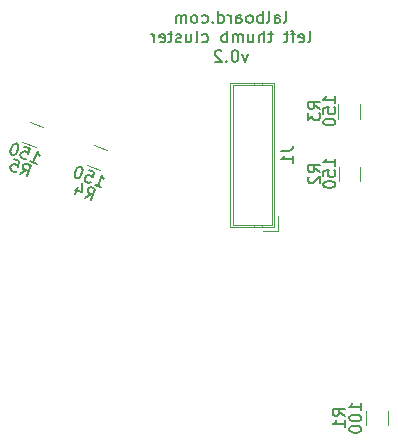
<source format=gbr>
%TF.GenerationSoftware,KiCad,Pcbnew,5.1.6-c6e7f7d~86~ubuntu18.04.1*%
%TF.CreationDate,2021-04-26T01:41:27-07:00*%
%TF.ProjectId,thumb_cluster_left,7468756d-625f-4636-9c75-737465725f6c,rev?*%
%TF.SameCoordinates,Original*%
%TF.FileFunction,Legend,Bot*%
%TF.FilePolarity,Positive*%
%FSLAX46Y46*%
G04 Gerber Fmt 4.6, Leading zero omitted, Abs format (unit mm)*
G04 Created by KiCad (PCBNEW 5.1.6-c6e7f7d~86~ubuntu18.04.1) date 2021-04-26 01:41:27*
%MOMM*%
%LPD*%
G01*
G04 APERTURE LIST*
%ADD10C,0.150000*%
%ADD11C,0.120000*%
G04 APERTURE END LIST*
D10*
X143439923Y-85226123D02*
X143976890Y-85421563D01*
X143708406Y-85323843D02*
X144050427Y-84384150D01*
X144091061Y-84550966D01*
X144147982Y-84673033D01*
X144221190Y-84750354D01*
X142931745Y-83976984D02*
X143379218Y-84139850D01*
X143261098Y-84603610D01*
X143232638Y-84542576D01*
X143159430Y-84465255D01*
X142935693Y-84383822D01*
X142829912Y-84395996D01*
X142768878Y-84424456D01*
X142691558Y-84497664D01*
X142610124Y-84721400D01*
X142622298Y-84827182D01*
X142650759Y-84888216D01*
X142723967Y-84965536D01*
X142947703Y-85046970D01*
X143053484Y-85034796D01*
X143114518Y-85006335D01*
X142305283Y-83748970D02*
X142215789Y-83716397D01*
X142110007Y-83728571D01*
X142048973Y-83757031D01*
X141971653Y-83830239D01*
X141861759Y-83992942D01*
X141780326Y-84216678D01*
X141759926Y-84411954D01*
X141772100Y-84517735D01*
X141800561Y-84578769D01*
X141873768Y-84656089D01*
X141963263Y-84688663D01*
X142069044Y-84676489D01*
X142130078Y-84648028D01*
X142207399Y-84574820D01*
X142317293Y-84412118D01*
X142398726Y-84188382D01*
X142419126Y-83993106D01*
X142406952Y-83887325D01*
X142378491Y-83826291D01*
X142305283Y-83748970D01*
X159478348Y-71516910D02*
X159573586Y-71469291D01*
X159621205Y-71374053D01*
X159621205Y-70516910D01*
X158668824Y-71516910D02*
X158668824Y-70993101D01*
X158716443Y-70897863D01*
X158811681Y-70850244D01*
X159002157Y-70850244D01*
X159097395Y-70897863D01*
X158668824Y-71469291D02*
X158764062Y-71516910D01*
X159002157Y-71516910D01*
X159097395Y-71469291D01*
X159145014Y-71374053D01*
X159145014Y-71278815D01*
X159097395Y-71183577D01*
X159002157Y-71135958D01*
X158764062Y-71135958D01*
X158668824Y-71088339D01*
X158049776Y-71516910D02*
X158145014Y-71469291D01*
X158192633Y-71374053D01*
X158192633Y-70516910D01*
X157668824Y-71516910D02*
X157668824Y-70516910D01*
X157668824Y-70897863D02*
X157573586Y-70850244D01*
X157383109Y-70850244D01*
X157287871Y-70897863D01*
X157240252Y-70945482D01*
X157192633Y-71040720D01*
X157192633Y-71326434D01*
X157240252Y-71421672D01*
X157287871Y-71469291D01*
X157383109Y-71516910D01*
X157573586Y-71516910D01*
X157668824Y-71469291D01*
X156621205Y-71516910D02*
X156716443Y-71469291D01*
X156764062Y-71421672D01*
X156811681Y-71326434D01*
X156811681Y-71040720D01*
X156764062Y-70945482D01*
X156716443Y-70897863D01*
X156621205Y-70850244D01*
X156478348Y-70850244D01*
X156383109Y-70897863D01*
X156335490Y-70945482D01*
X156287871Y-71040720D01*
X156287871Y-71326434D01*
X156335490Y-71421672D01*
X156383109Y-71469291D01*
X156478348Y-71516910D01*
X156621205Y-71516910D01*
X155430728Y-71516910D02*
X155430728Y-70993101D01*
X155478348Y-70897863D01*
X155573586Y-70850244D01*
X155764062Y-70850244D01*
X155859300Y-70897863D01*
X155430728Y-71469291D02*
X155525967Y-71516910D01*
X155764062Y-71516910D01*
X155859300Y-71469291D01*
X155906919Y-71374053D01*
X155906919Y-71278815D01*
X155859300Y-71183577D01*
X155764062Y-71135958D01*
X155525967Y-71135958D01*
X155430728Y-71088339D01*
X154954538Y-71516910D02*
X154954538Y-70850244D01*
X154954538Y-71040720D02*
X154906919Y-70945482D01*
X154859300Y-70897863D01*
X154764062Y-70850244D01*
X154668824Y-70850244D01*
X153906919Y-71516910D02*
X153906919Y-70516910D01*
X153906919Y-71469291D02*
X154002157Y-71516910D01*
X154192633Y-71516910D01*
X154287871Y-71469291D01*
X154335490Y-71421672D01*
X154383109Y-71326434D01*
X154383109Y-71040720D01*
X154335490Y-70945482D01*
X154287871Y-70897863D01*
X154192633Y-70850244D01*
X154002157Y-70850244D01*
X153906919Y-70897863D01*
X153430728Y-71421672D02*
X153383109Y-71469291D01*
X153430728Y-71516910D01*
X153478348Y-71469291D01*
X153430728Y-71421672D01*
X153430728Y-71516910D01*
X152525967Y-71469291D02*
X152621205Y-71516910D01*
X152811681Y-71516910D01*
X152906919Y-71469291D01*
X152954538Y-71421672D01*
X153002157Y-71326434D01*
X153002157Y-71040720D01*
X152954538Y-70945482D01*
X152906919Y-70897863D01*
X152811681Y-70850244D01*
X152621205Y-70850244D01*
X152525967Y-70897863D01*
X151954538Y-71516910D02*
X152049776Y-71469291D01*
X152097395Y-71421672D01*
X152145014Y-71326434D01*
X152145014Y-71040720D01*
X152097395Y-70945482D01*
X152049776Y-70897863D01*
X151954538Y-70850244D01*
X151811681Y-70850244D01*
X151716443Y-70897863D01*
X151668824Y-70945482D01*
X151621205Y-71040720D01*
X151621205Y-71326434D01*
X151668824Y-71421672D01*
X151716443Y-71469291D01*
X151811681Y-71516910D01*
X151954538Y-71516910D01*
X151192633Y-71516910D02*
X151192633Y-70850244D01*
X151192633Y-70945482D02*
X151145014Y-70897863D01*
X151049776Y-70850244D01*
X150906919Y-70850244D01*
X150811681Y-70897863D01*
X150764062Y-70993101D01*
X150764062Y-71516910D01*
X150764062Y-70993101D02*
X150716443Y-70897863D01*
X150621205Y-70850244D01*
X150478348Y-70850244D01*
X150383109Y-70897863D01*
X150335490Y-70993101D01*
X150335490Y-71516910D01*
X161502157Y-73166910D02*
X161597395Y-73119291D01*
X161645014Y-73024053D01*
X161645014Y-72166910D01*
X160740252Y-73119291D02*
X160835490Y-73166910D01*
X161025967Y-73166910D01*
X161121205Y-73119291D01*
X161168824Y-73024053D01*
X161168824Y-72643101D01*
X161121205Y-72547863D01*
X161025967Y-72500244D01*
X160835490Y-72500244D01*
X160740252Y-72547863D01*
X160692633Y-72643101D01*
X160692633Y-72738339D01*
X161168824Y-72833577D01*
X160406919Y-72500244D02*
X160025967Y-72500244D01*
X160264062Y-73166910D02*
X160264062Y-72309768D01*
X160216443Y-72214530D01*
X160121205Y-72166910D01*
X160025967Y-72166910D01*
X159835490Y-72500244D02*
X159454538Y-72500244D01*
X159692633Y-72166910D02*
X159692633Y-73024053D01*
X159645014Y-73119291D01*
X159549776Y-73166910D01*
X159454538Y-73166910D01*
X158502157Y-72500244D02*
X158121205Y-72500244D01*
X158359300Y-72166910D02*
X158359300Y-73024053D01*
X158311681Y-73119291D01*
X158216443Y-73166910D01*
X158121205Y-73166910D01*
X157787871Y-73166910D02*
X157787871Y-72166910D01*
X157359300Y-73166910D02*
X157359300Y-72643101D01*
X157406919Y-72547863D01*
X157502157Y-72500244D01*
X157645014Y-72500244D01*
X157740252Y-72547863D01*
X157787871Y-72595482D01*
X156454538Y-72500244D02*
X156454538Y-73166910D01*
X156883109Y-72500244D02*
X156883109Y-73024053D01*
X156835490Y-73119291D01*
X156740252Y-73166910D01*
X156597395Y-73166910D01*
X156502157Y-73119291D01*
X156454538Y-73071672D01*
X155978348Y-73166910D02*
X155978348Y-72500244D01*
X155978348Y-72595482D02*
X155930728Y-72547863D01*
X155835490Y-72500244D01*
X155692633Y-72500244D01*
X155597395Y-72547863D01*
X155549776Y-72643101D01*
X155549776Y-73166910D01*
X155549776Y-72643101D02*
X155502157Y-72547863D01*
X155406919Y-72500244D01*
X155264062Y-72500244D01*
X155168824Y-72547863D01*
X155121205Y-72643101D01*
X155121205Y-73166910D01*
X154645014Y-73166910D02*
X154645014Y-72166910D01*
X154645014Y-72547863D02*
X154549776Y-72500244D01*
X154359300Y-72500244D01*
X154264062Y-72547863D01*
X154216443Y-72595482D01*
X154168824Y-72690720D01*
X154168824Y-72976434D01*
X154216443Y-73071672D01*
X154264062Y-73119291D01*
X154359300Y-73166910D01*
X154549776Y-73166910D01*
X154645014Y-73119291D01*
X152549776Y-73119291D02*
X152645014Y-73166910D01*
X152835490Y-73166910D01*
X152930728Y-73119291D01*
X152978348Y-73071672D01*
X153025967Y-72976434D01*
X153025967Y-72690720D01*
X152978348Y-72595482D01*
X152930728Y-72547863D01*
X152835490Y-72500244D01*
X152645014Y-72500244D01*
X152549776Y-72547863D01*
X151978348Y-73166910D02*
X152073586Y-73119291D01*
X152121205Y-73024053D01*
X152121205Y-72166910D01*
X151168824Y-72500244D02*
X151168824Y-73166910D01*
X151597395Y-72500244D02*
X151597395Y-73024053D01*
X151549776Y-73119291D01*
X151454538Y-73166910D01*
X151311681Y-73166910D01*
X151216443Y-73119291D01*
X151168824Y-73071672D01*
X150740252Y-73119291D02*
X150645014Y-73166910D01*
X150454538Y-73166910D01*
X150359300Y-73119291D01*
X150311681Y-73024053D01*
X150311681Y-72976434D01*
X150359300Y-72881196D01*
X150454538Y-72833577D01*
X150597395Y-72833577D01*
X150692633Y-72785958D01*
X150740252Y-72690720D01*
X150740252Y-72643101D01*
X150692633Y-72547863D01*
X150597395Y-72500244D01*
X150454538Y-72500244D01*
X150359300Y-72547863D01*
X150025967Y-72500244D02*
X149645014Y-72500244D01*
X149883109Y-72166910D02*
X149883109Y-73024053D01*
X149835490Y-73119291D01*
X149740252Y-73166910D01*
X149645014Y-73166910D01*
X148930728Y-73119291D02*
X149025967Y-73166910D01*
X149216443Y-73166910D01*
X149311681Y-73119291D01*
X149359300Y-73024053D01*
X149359300Y-72643101D01*
X149311681Y-72547863D01*
X149216443Y-72500244D01*
X149025967Y-72500244D01*
X148930728Y-72547863D01*
X148883109Y-72643101D01*
X148883109Y-72738339D01*
X149359300Y-72833577D01*
X148454538Y-73166910D02*
X148454538Y-72500244D01*
X148454538Y-72690720D02*
X148406919Y-72595482D01*
X148359300Y-72547863D01*
X148264062Y-72500244D01*
X148168824Y-72500244D01*
X156406919Y-74150244D02*
X156168824Y-74816910D01*
X155930728Y-74150244D01*
X155359300Y-73816910D02*
X155264062Y-73816910D01*
X155168824Y-73864530D01*
X155121205Y-73912149D01*
X155073586Y-74007387D01*
X155025967Y-74197863D01*
X155025967Y-74435958D01*
X155073586Y-74626434D01*
X155121205Y-74721672D01*
X155168824Y-74769291D01*
X155264062Y-74816910D01*
X155359300Y-74816910D01*
X155454538Y-74769291D01*
X155502157Y-74721672D01*
X155549776Y-74626434D01*
X155597395Y-74435958D01*
X155597395Y-74197863D01*
X155549776Y-74007387D01*
X155502157Y-73912149D01*
X155454538Y-73864530D01*
X155359300Y-73816910D01*
X154597395Y-74721672D02*
X154549776Y-74769291D01*
X154597395Y-74816910D01*
X154645014Y-74769291D01*
X154597395Y-74721672D01*
X154597395Y-74816910D01*
X154168824Y-73912149D02*
X154121205Y-73864530D01*
X154025967Y-73816910D01*
X153787871Y-73816910D01*
X153692633Y-73864530D01*
X153645014Y-73912149D01*
X153597395Y-74007387D01*
X153597395Y-74102625D01*
X153645014Y-74245482D01*
X154216443Y-74816910D01*
X153597395Y-74816910D01*
X165997534Y-104299412D02*
X165997534Y-103727983D01*
X165997534Y-104013698D02*
X164997534Y-104013698D01*
X165140392Y-103918459D01*
X165235630Y-103823221D01*
X165283249Y-103727983D01*
X164997534Y-104918459D02*
X164997534Y-105013698D01*
X165045154Y-105108936D01*
X165092773Y-105156555D01*
X165188011Y-105204174D01*
X165378487Y-105251793D01*
X165616582Y-105251793D01*
X165807058Y-105204174D01*
X165902296Y-105156555D01*
X165949915Y-105108936D01*
X165997534Y-105013698D01*
X165997534Y-104918459D01*
X165949915Y-104823221D01*
X165902296Y-104775602D01*
X165807058Y-104727983D01*
X165616582Y-104680364D01*
X165378487Y-104680364D01*
X165188011Y-104727983D01*
X165092773Y-104775602D01*
X165045154Y-104823221D01*
X164997534Y-104918459D01*
X164997534Y-105870840D02*
X164997534Y-105966079D01*
X165045154Y-106061317D01*
X165092773Y-106108936D01*
X165188011Y-106156555D01*
X165378487Y-106204174D01*
X165616582Y-106204174D01*
X165807058Y-106156555D01*
X165902296Y-106108936D01*
X165949915Y-106061317D01*
X165997534Y-105966079D01*
X165997534Y-105870840D01*
X165949915Y-105775602D01*
X165902296Y-105727983D01*
X165807058Y-105680364D01*
X165616582Y-105632745D01*
X165378487Y-105632745D01*
X165188011Y-105680364D01*
X165092773Y-105727983D01*
X165045154Y-105775602D01*
X164997534Y-105870840D01*
X163797535Y-83599412D02*
X163797535Y-83027983D01*
X163797535Y-83313698D02*
X162797535Y-83313698D01*
X162940393Y-83218459D01*
X163035631Y-83123221D01*
X163083250Y-83027983D01*
X162797535Y-84504174D02*
X162797535Y-84027983D01*
X163273726Y-83980364D01*
X163226107Y-84027983D01*
X163178488Y-84123221D01*
X163178488Y-84361317D01*
X163226107Y-84456555D01*
X163273726Y-84504174D01*
X163368964Y-84551793D01*
X163607059Y-84551793D01*
X163702297Y-84504174D01*
X163749916Y-84456555D01*
X163797535Y-84361317D01*
X163797535Y-84123221D01*
X163749916Y-84027983D01*
X163702297Y-83980364D01*
X162797535Y-85170840D02*
X162797535Y-85266079D01*
X162845155Y-85361317D01*
X162892774Y-85408936D01*
X162988012Y-85456555D01*
X163178488Y-85504174D01*
X163416583Y-85504174D01*
X163607059Y-85456555D01*
X163702297Y-85408936D01*
X163749916Y-85361317D01*
X163797535Y-85266079D01*
X163797535Y-85170840D01*
X163749916Y-85075602D01*
X163702297Y-85027983D01*
X163607059Y-84980364D01*
X163416583Y-84932745D01*
X163178488Y-84932745D01*
X162988012Y-84980364D01*
X162892774Y-85027983D01*
X162845155Y-85075602D01*
X162797535Y-85170840D01*
X163797534Y-78299411D02*
X163797534Y-77727982D01*
X163797534Y-78013697D02*
X162797534Y-78013697D01*
X162940392Y-77918458D01*
X163035630Y-77823220D01*
X163083249Y-77727982D01*
X162797534Y-79204173D02*
X162797534Y-78727982D01*
X163273725Y-78680363D01*
X163226106Y-78727982D01*
X163178487Y-78823220D01*
X163178487Y-79061316D01*
X163226106Y-79156554D01*
X163273725Y-79204173D01*
X163368963Y-79251792D01*
X163607058Y-79251792D01*
X163702296Y-79204173D01*
X163749915Y-79156554D01*
X163797534Y-79061316D01*
X163797534Y-78823220D01*
X163749915Y-78727982D01*
X163702296Y-78680363D01*
X162797534Y-79870839D02*
X162797534Y-79966078D01*
X162845154Y-80061316D01*
X162892773Y-80108935D01*
X162988011Y-80156554D01*
X163178487Y-80204173D01*
X163416582Y-80204173D01*
X163607058Y-80156554D01*
X163702296Y-80108935D01*
X163749915Y-80061316D01*
X163797534Y-79966078D01*
X163797534Y-79870839D01*
X163749915Y-79775601D01*
X163702296Y-79727982D01*
X163607058Y-79680363D01*
X163416582Y-79632744D01*
X163178487Y-79632744D01*
X162988011Y-79680363D01*
X162892773Y-79727982D01*
X162845154Y-79775601D01*
X162797534Y-79870839D01*
X137989706Y-83242405D02*
X138526673Y-83437845D01*
X138258189Y-83340125D02*
X138600210Y-82400432D01*
X138640844Y-82567248D01*
X138697765Y-82689315D01*
X138770973Y-82766636D01*
X137481528Y-81993266D02*
X137929001Y-82156132D01*
X137810881Y-82619892D01*
X137782421Y-82558858D01*
X137709213Y-82481537D01*
X137485476Y-82400104D01*
X137379695Y-82412278D01*
X137318661Y-82440738D01*
X137241341Y-82513946D01*
X137159907Y-82737682D01*
X137172081Y-82843464D01*
X137200542Y-82904498D01*
X137273750Y-82981818D01*
X137497486Y-83063252D01*
X137603267Y-83051078D01*
X137664301Y-83022617D01*
X136855066Y-81765252D02*
X136765572Y-81732679D01*
X136659790Y-81744853D01*
X136598756Y-81773313D01*
X136521436Y-81846521D01*
X136411542Y-82009224D01*
X136330109Y-82232960D01*
X136309709Y-82428236D01*
X136321883Y-82534017D01*
X136350344Y-82595051D01*
X136423551Y-82672371D01*
X136513046Y-82704945D01*
X136618827Y-82692771D01*
X136679861Y-82664310D01*
X136757182Y-82591102D01*
X136867076Y-82428400D01*
X136948509Y-82204664D01*
X136968909Y-82009388D01*
X136956735Y-81903607D01*
X136928274Y-81842573D01*
X136855066Y-81765252D01*
D11*
%TO.C,J1*%
X158960000Y-89110000D02*
X157710000Y-89110000D01*
X158960000Y-87860000D02*
X158960000Y-89110000D01*
X155140000Y-76790000D02*
X156900000Y-76790000D01*
X155140000Y-88610000D02*
X155140000Y-76790000D01*
X156900000Y-88610000D02*
X155140000Y-88610000D01*
X156900000Y-76790000D02*
X156900000Y-76590000D01*
X157600000Y-76790000D02*
X156900000Y-76790000D01*
X156900000Y-88610000D02*
X156900000Y-88810000D01*
X157600000Y-88610000D02*
X156900000Y-88610000D01*
X157600000Y-76790000D02*
X157600000Y-76590000D01*
X158460000Y-76790000D02*
X157600000Y-76790000D01*
X158460000Y-88610000D02*
X158460000Y-76790000D01*
X157600000Y-88610000D02*
X158460000Y-88610000D01*
X157600000Y-88810000D02*
X157600000Y-88610000D01*
X158660000Y-76590000D02*
X158660000Y-88810000D01*
X154940000Y-76590000D02*
X158660000Y-76590000D01*
X154940000Y-88810000D02*
X154940000Y-76590000D01*
X158660000Y-88810000D02*
X154940000Y-88810000D01*
%TO.C,R1*%
X168240000Y-104383353D02*
X168240000Y-105587481D01*
X166420000Y-104383353D02*
X166420000Y-105587481D01*
%TO.C,R5*%
X138434361Y-82008922D02*
X137302851Y-81597086D01*
X139056837Y-80298682D02*
X137925327Y-79886846D01*
%TO.C,R2*%
X164089999Y-84929162D02*
X164089999Y-83725034D01*
X165909999Y-84929162D02*
X165909999Y-83725034D01*
%TO.C,R3*%
X164078979Y-79619564D02*
X164078979Y-78415436D01*
X165898979Y-79619564D02*
X165898979Y-78415436D01*
%TO.C,R4*%
X143884580Y-83992638D02*
X142753070Y-83580802D01*
X144507056Y-82282398D02*
X143375546Y-81870562D01*
%TO.C,J1*%
D10*
X159202380Y-82366666D02*
X159916666Y-82366666D01*
X160059523Y-82319047D01*
X160154761Y-82223809D01*
X160202380Y-82080952D01*
X160202380Y-81985714D01*
X160202380Y-83366666D02*
X160202380Y-82795238D01*
X160202380Y-83080952D02*
X159202380Y-83080952D01*
X159345238Y-82985714D01*
X159440476Y-82890476D01*
X159488095Y-82795238D01*
%TO.C,R1*%
X164597535Y-104799411D02*
X164121345Y-104466078D01*
X164597535Y-104227982D02*
X163597535Y-104227982D01*
X163597535Y-104608935D01*
X163645155Y-104704173D01*
X163692774Y-104751792D01*
X163788012Y-104799411D01*
X163930869Y-104799411D01*
X164026107Y-104751792D01*
X164073726Y-104704173D01*
X164121345Y-104608935D01*
X164121345Y-104227982D01*
X164597535Y-105751792D02*
X164597535Y-105180363D01*
X164597535Y-105466078D02*
X163597535Y-105466078D01*
X163740393Y-105370839D01*
X163835631Y-105275601D01*
X163883250Y-105180363D01*
%TO.C,R5*%
X137132146Y-84313711D02*
X137608243Y-83980245D01*
X137669113Y-84509151D02*
X138011133Y-83569458D01*
X137653155Y-83439165D01*
X137547374Y-83451339D01*
X137486340Y-83479799D01*
X137409019Y-83553007D01*
X137360159Y-83687249D01*
X137372333Y-83793030D01*
X137400793Y-83854064D01*
X137474001Y-83931385D01*
X137831979Y-84061678D01*
X136623968Y-83064571D02*
X137071440Y-83227438D01*
X136953321Y-83691198D01*
X136924860Y-83630164D01*
X136851652Y-83552843D01*
X136627916Y-83471410D01*
X136522135Y-83483584D01*
X136461101Y-83512044D01*
X136383780Y-83585252D01*
X136302347Y-83808988D01*
X136314521Y-83914770D01*
X136342981Y-83975804D01*
X136416189Y-84053124D01*
X136639926Y-84134557D01*
X136745707Y-84122384D01*
X136806741Y-84093923D01*
%TO.C,R2*%
X162497534Y-84160431D02*
X162021344Y-83827098D01*
X162497534Y-83589002D02*
X161497534Y-83589002D01*
X161497534Y-83969955D01*
X161545154Y-84065193D01*
X161592773Y-84112812D01*
X161688011Y-84160431D01*
X161830868Y-84160431D01*
X161926106Y-84112812D01*
X161973725Y-84065193D01*
X162021344Y-83969955D01*
X162021344Y-83589002D01*
X161592773Y-84541383D02*
X161545154Y-84589002D01*
X161497534Y-84684240D01*
X161497534Y-84922336D01*
X161545154Y-85017574D01*
X161592773Y-85065193D01*
X161688011Y-85112812D01*
X161783249Y-85112812D01*
X161926106Y-85065193D01*
X162497534Y-84493764D01*
X162497534Y-85112812D01*
%TO.C,R3*%
X162497534Y-78799412D02*
X162021344Y-78466079D01*
X162497534Y-78227983D02*
X161497534Y-78227983D01*
X161497534Y-78608936D01*
X161545154Y-78704174D01*
X161592773Y-78751793D01*
X161688011Y-78799412D01*
X161830868Y-78799412D01*
X161926106Y-78751793D01*
X161973725Y-78704174D01*
X162021344Y-78608936D01*
X162021344Y-78227983D01*
X161497534Y-79132745D02*
X161497534Y-79751793D01*
X161878487Y-79418459D01*
X161878487Y-79561317D01*
X161926106Y-79656555D01*
X161973725Y-79704174D01*
X162068963Y-79751793D01*
X162307058Y-79751793D01*
X162402296Y-79704174D01*
X162449915Y-79656555D01*
X162497534Y-79561317D01*
X162497534Y-79275602D01*
X162449915Y-79180364D01*
X162402296Y-79132745D01*
%TO.C,R4*%
X142619420Y-86310915D02*
X143095517Y-85977449D01*
X143156387Y-86506355D02*
X143498407Y-85566662D01*
X143140429Y-85436369D01*
X143034648Y-85448543D01*
X142973614Y-85477003D01*
X142896293Y-85550211D01*
X142847433Y-85684453D01*
X142859607Y-85790234D01*
X142888067Y-85851268D01*
X142961275Y-85928589D01*
X143319253Y-86058882D01*
X142041982Y-85391293D02*
X141813969Y-86017755D01*
X142396012Y-85114748D02*
X142375448Y-85867391D01*
X141793734Y-85655664D01*
%TD*%
M02*

</source>
